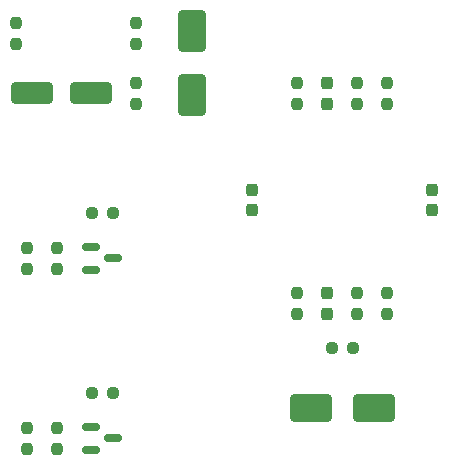
<source format=gbr>
%TF.GenerationSoftware,KiCad,Pcbnew,8.0.8*%
%TF.CreationDate,2025-02-24T19:59:05+00:00*%
%TF.ProjectId,jacks-n-dac,6a61636b-732d-46e2-9d64-61632e6b6963,rev?*%
%TF.SameCoordinates,Original*%
%TF.FileFunction,Paste,Top*%
%TF.FilePolarity,Positive*%
%FSLAX46Y46*%
G04 Gerber Fmt 4.6, Leading zero omitted, Abs format (unit mm)*
G04 Created by KiCad (PCBNEW 8.0.8) date 2025-02-24 19:59:05*
%MOMM*%
%LPD*%
G01*
G04 APERTURE LIST*
G04 Aperture macros list*
%AMRoundRect*
0 Rectangle with rounded corners*
0 $1 Rounding radius*
0 $2 $3 $4 $5 $6 $7 $8 $9 X,Y pos of 4 corners*
0 Add a 4 corners polygon primitive as box body*
4,1,4,$2,$3,$4,$5,$6,$7,$8,$9,$2,$3,0*
0 Add four circle primitives for the rounded corners*
1,1,$1+$1,$2,$3*
1,1,$1+$1,$4,$5*
1,1,$1+$1,$6,$7*
1,1,$1+$1,$8,$9*
0 Add four rect primitives between the rounded corners*
20,1,$1+$1,$2,$3,$4,$5,0*
20,1,$1+$1,$4,$5,$6,$7,0*
20,1,$1+$1,$6,$7,$8,$9,0*
20,1,$1+$1,$8,$9,$2,$3,0*%
G04 Aperture macros list end*
%ADD10RoundRect,0.237500X0.237500X-0.250000X0.237500X0.250000X-0.237500X0.250000X-0.237500X-0.250000X0*%
%ADD11RoundRect,0.237500X-0.237500X0.250000X-0.237500X-0.250000X0.237500X-0.250000X0.237500X0.250000X0*%
%ADD12RoundRect,0.237500X0.237500X-0.300000X0.237500X0.300000X-0.237500X0.300000X-0.237500X-0.300000X0*%
%ADD13RoundRect,0.237500X0.250000X0.237500X-0.250000X0.237500X-0.250000X-0.237500X0.250000X-0.237500X0*%
%ADD14RoundRect,0.250000X-1.500000X-0.650000X1.500000X-0.650000X1.500000X0.650000X-1.500000X0.650000X0*%
%ADD15RoundRect,0.250000X-1.500000X-0.900000X1.500000X-0.900000X1.500000X0.900000X-1.500000X0.900000X0*%
%ADD16RoundRect,0.150000X-0.587500X-0.150000X0.587500X-0.150000X0.587500X0.150000X-0.587500X0.150000X0*%
%ADD17RoundRect,0.237500X-0.237500X0.300000X-0.237500X-0.300000X0.237500X-0.300000X0.237500X0.300000X0*%
%ADD18RoundRect,0.250000X-0.900000X1.500000X-0.900000X-1.500000X0.900000X-1.500000X0.900000X1.500000X0*%
G04 APERTURE END LIST*
D10*
%TO.C,R9*%
X114630000Y-55522500D03*
X114630000Y-53697500D03*
%TD*%
D11*
%TO.C,R3*%
X133350000Y-71477500D03*
X133350000Y-73302500D03*
%TD*%
D12*
%TO.C,C2*%
X130810000Y-73252500D03*
X130810000Y-71527500D03*
%TD*%
D13*
%TO.C,R13*%
X132992500Y-76200000D03*
X131167500Y-76200000D03*
%TD*%
D10*
%TO.C,R4*%
X128270000Y-55522500D03*
X128270000Y-53697500D03*
%TD*%
%TO.C,R6*%
X133350000Y-55522500D03*
X133350000Y-53697500D03*
%TD*%
%TO.C,R2*%
X135890000Y-73302500D03*
X135890000Y-71477500D03*
%TD*%
D12*
%TO.C,C4*%
X124460000Y-64526500D03*
X124460000Y-62801500D03*
%TD*%
D13*
%TO.C,R8*%
X112672500Y-80010000D03*
X110847500Y-80010000D03*
%TD*%
D11*
%TO.C,R5*%
X135890000Y-53697500D03*
X135890000Y-55522500D03*
%TD*%
D12*
%TO.C,C3*%
X130810000Y-55472500D03*
X130810000Y-53747500D03*
%TD*%
D14*
%TO.C,D3*%
X105780000Y-54610000D03*
X110780000Y-54610000D03*
%TD*%
D11*
%TO.C,R7*%
X114630000Y-48617500D03*
X114630000Y-50442500D03*
%TD*%
D15*
%TO.C,D4*%
X129380000Y-81280000D03*
X134780000Y-81280000D03*
%TD*%
D10*
%TO.C,R11*%
X107950000Y-84732500D03*
X107950000Y-82907500D03*
%TD*%
D16*
%TO.C,Q2*%
X110822500Y-67630000D03*
X110822500Y-69530000D03*
X112697500Y-68580000D03*
%TD*%
D17*
%TO.C,C1*%
X139700000Y-62801500D03*
X139700000Y-64526500D03*
%TD*%
D10*
%TO.C,R14*%
X105410000Y-69492500D03*
X105410000Y-67667500D03*
%TD*%
D11*
%TO.C,R1*%
X128270000Y-71477500D03*
X128270000Y-73302500D03*
%TD*%
D18*
%TO.C,D1*%
X119380000Y-49370000D03*
X119380000Y-54770000D03*
%TD*%
D13*
%TO.C,R16*%
X112672500Y-64770000D03*
X110847500Y-64770000D03*
%TD*%
D16*
%TO.C,Q1*%
X110822500Y-82870000D03*
X110822500Y-84770000D03*
X112697500Y-83820000D03*
%TD*%
D10*
%TO.C,R15*%
X107950000Y-69492500D03*
X107950000Y-67667500D03*
%TD*%
D11*
%TO.C,R12*%
X104470000Y-48617500D03*
X104470000Y-50442500D03*
%TD*%
D10*
%TO.C,R10*%
X105410000Y-84732500D03*
X105410000Y-82907500D03*
%TD*%
M02*

</source>
